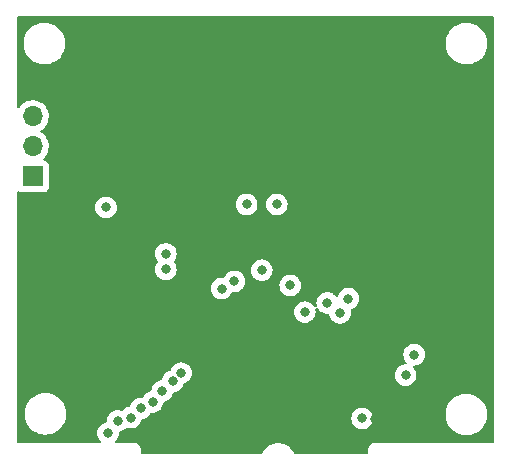
<source format=gbr>
%TF.GenerationSoftware,KiCad,Pcbnew,(6.0.0-0)*%
%TF.CreationDate,2022-02-10T00:31:08-05:00*%
%TF.ProjectId,ROM-Cartridge,524f4d2d-4361-4727-9472-696467652e6b,rev?*%
%TF.SameCoordinates,Original*%
%TF.FileFunction,Copper,L2,Inr*%
%TF.FilePolarity,Positive*%
%FSLAX46Y46*%
G04 Gerber Fmt 4.6, Leading zero omitted, Abs format (unit mm)*
G04 Created by KiCad (PCBNEW (6.0.0-0)) date 2022-02-10 00:31:08*
%MOMM*%
%LPD*%
G01*
G04 APERTURE LIST*
%TA.AperFunction,ComponentPad*%
%ADD10O,1.700000X1.700000*%
%TD*%
%TA.AperFunction,ComponentPad*%
%ADD11R,1.700000X1.700000*%
%TD*%
%TA.AperFunction,ViaPad*%
%ADD12C,0.800000*%
%TD*%
G04 APERTURE END LIST*
D10*
%TO.N,unconnected-(SW1-Pad3)*%
%TO.C,SW1*%
X102230000Y-90310000D03*
%TO.N,Net-(U1-Pad27)*%
X102230000Y-92850000D03*
D11*
%TO.N,/~{WRITE}*%
X102230000Y-95390000D03*
%TD*%
D12*
%TO.N,GND*%
X128960000Y-105750000D03*
%TO.N,/~{READ}*%
X134520000Y-110490000D03*
%TO.N,/~{EN}*%
X133807410Y-112227188D03*
X113500000Y-103270000D03*
X122890000Y-97770000D03*
%TO.N,/~{READ}*%
X113500000Y-101950000D03*
X120340000Y-97770000D03*
%TO.N,VCC*%
X109180000Y-104910000D03*
X106630000Y-104900000D03*
X104080000Y-104910000D03*
X108440000Y-99920000D03*
%TO.N,GND*%
X108430000Y-98020000D03*
X130120000Y-115880000D03*
%TO.N,VCC*%
X131200000Y-115950000D03*
%TO.N,/A14*%
X128240000Y-106960000D03*
%TO.N,/A13*%
X127162590Y-106107992D03*
%TO.N,/A12*%
X125264500Y-106882583D03*
%TO.N,/A11*%
X124031173Y-104623411D03*
%TO.N,/A10*%
X121620000Y-103340000D03*
%TO.N,/A9*%
X119300316Y-104295990D03*
%TO.N,/A8*%
X118214866Y-104895989D03*
%TO.N,/A7*%
X114790000Y-112050000D03*
%TO.N,/A6*%
X114080000Y-112760000D03*
%TO.N,/A5*%
X113190000Y-113570000D03*
%TO.N,/A4*%
X112380000Y-114500000D03*
%TO.N,/A3*%
X111390000Y-115040000D03*
%TO.N,/A2*%
X110530000Y-115820000D03*
%TO.N,/A1*%
X109420000Y-116100000D03*
%TO.N,/A0*%
X108600000Y-117120000D03*
%TD*%
%TA.AperFunction,Conductor*%
%TO.N,VCC*%
G36*
X141234121Y-81828002D02*
G01*
X141280614Y-81881658D01*
X141292000Y-81934000D01*
X141292000Y-117856238D01*
X141271998Y-117924359D01*
X141218342Y-117970852D01*
X141166047Y-117982238D01*
X134595636Y-117984707D01*
X131164213Y-117985997D01*
X131163506Y-117985995D01*
X131086348Y-117985524D01*
X131077718Y-117987990D01*
X131077714Y-117987991D01*
X131057837Y-117993672D01*
X131041123Y-117997244D01*
X131020654Y-118000183D01*
X131020652Y-118000184D01*
X131011770Y-118001459D01*
X131003600Y-118005177D01*
X131003598Y-118005178D01*
X130988539Y-118012032D01*
X130970977Y-118018498D01*
X130946435Y-118025512D01*
X130938845Y-118030301D01*
X130938838Y-118030304D01*
X130921358Y-118041333D01*
X130906319Y-118049452D01*
X130887495Y-118058019D01*
X130887490Y-118058022D01*
X130879328Y-118061737D01*
X130860002Y-118078402D01*
X130844958Y-118089538D01*
X130823369Y-118103160D01*
X130803744Y-118125382D01*
X130791587Y-118137396D01*
X130769126Y-118156764D01*
X130764246Y-118164300D01*
X130764243Y-118164303D01*
X130755253Y-118178185D01*
X130743934Y-118193104D01*
X130727044Y-118212228D01*
X130723229Y-118220353D01*
X130723228Y-118220355D01*
X130714441Y-118239071D01*
X130706147Y-118254009D01*
X130690026Y-118278902D01*
X130687457Y-118287504D01*
X130687456Y-118287506D01*
X130682721Y-118303359D01*
X130676048Y-118320844D01*
X130665201Y-118343948D01*
X130662882Y-118358842D01*
X130660639Y-118373249D01*
X130656870Y-118389920D01*
X130650953Y-118409731D01*
X130650952Y-118409736D01*
X130648385Y-118418332D01*
X130648334Y-118427307D01*
X130648188Y-118452692D01*
X130648158Y-118453408D01*
X130648000Y-118454423D01*
X130648000Y-118485050D01*
X130647998Y-118485773D01*
X130647747Y-118529577D01*
X130647550Y-118563843D01*
X130647913Y-118565112D01*
X130648000Y-118566381D01*
X130648000Y-118784000D01*
X130627998Y-118852121D01*
X130574342Y-118898614D01*
X130522000Y-118910000D01*
X124447128Y-118910000D01*
X124379007Y-118889998D01*
X124330719Y-118832218D01*
X124310999Y-118784609D01*
X124310997Y-118784605D01*
X124309104Y-118780035D01*
X124189194Y-118584359D01*
X124185987Y-118580604D01*
X124185984Y-118580600D01*
X124043357Y-118413607D01*
X124040149Y-118409851D01*
X123973369Y-118352815D01*
X123869400Y-118264016D01*
X123869396Y-118264013D01*
X123865641Y-118260806D01*
X123669965Y-118140896D01*
X123665395Y-118139003D01*
X123665391Y-118139001D01*
X123462513Y-118054966D01*
X123462511Y-118054965D01*
X123457940Y-118053072D01*
X123343144Y-118025512D01*
X123239600Y-118000653D01*
X123239594Y-118000652D01*
X123234787Y-117999498D01*
X123006000Y-117981492D01*
X122777213Y-117999498D01*
X122772406Y-118000652D01*
X122772400Y-118000653D01*
X122668856Y-118025512D01*
X122554060Y-118053072D01*
X122549489Y-118054965D01*
X122549487Y-118054966D01*
X122346609Y-118139001D01*
X122346605Y-118139003D01*
X122342035Y-118140896D01*
X122146359Y-118260806D01*
X122142604Y-118264013D01*
X122142600Y-118264016D01*
X122038631Y-118352815D01*
X121971851Y-118409851D01*
X121968643Y-118413607D01*
X121826016Y-118580600D01*
X121826013Y-118580604D01*
X121822806Y-118584359D01*
X121702896Y-118780035D01*
X121701003Y-118784605D01*
X121701001Y-118784609D01*
X121681281Y-118832218D01*
X121636732Y-118887499D01*
X121564872Y-118910000D01*
X111490000Y-118910000D01*
X111421879Y-118889998D01*
X111375386Y-118836342D01*
X111364000Y-118784000D01*
X111364000Y-118502350D01*
X111364003Y-118501532D01*
X111364445Y-118433523D01*
X111364445Y-118433521D01*
X111364503Y-118424542D01*
X111356362Y-118396015D01*
X111352799Y-118379308D01*
X111349868Y-118358842D01*
X111349868Y-118358841D01*
X111348595Y-118349955D01*
X111338035Y-118326730D01*
X111331573Y-118309156D01*
X111327034Y-118293252D01*
X111327032Y-118293247D01*
X111324568Y-118284614D01*
X111308755Y-118259530D01*
X111300643Y-118244489D01*
X111292082Y-118225659D01*
X111292079Y-118225655D01*
X111288367Y-118217490D01*
X111282509Y-118210692D01*
X111282507Y-118210688D01*
X111271711Y-118198158D01*
X111260578Y-118183108D01*
X111251754Y-118169111D01*
X111251753Y-118169110D01*
X111246967Y-118161518D01*
X111224744Y-118141876D01*
X111212738Y-118129718D01*
X111199241Y-118114054D01*
X111193381Y-118107253D01*
X111185847Y-118102370D01*
X111185845Y-118102368D01*
X111171963Y-118093370D01*
X111157054Y-118082049D01*
X111144663Y-118071098D01*
X111137936Y-118065152D01*
X111111095Y-118052537D01*
X111096162Y-118044238D01*
X111078807Y-118032989D01*
X111078801Y-118032986D01*
X111071273Y-118028107D01*
X111046832Y-118020798D01*
X111029341Y-118014115D01*
X111024909Y-118012032D01*
X111006240Y-118003258D01*
X110997372Y-118001874D01*
X110997366Y-118001872D01*
X110976931Y-117998682D01*
X110960268Y-117994909D01*
X110931859Y-117986413D01*
X110922882Y-117986358D01*
X110922881Y-117986358D01*
X110897495Y-117986203D01*
X110896783Y-117986173D01*
X110895771Y-117986015D01*
X110883923Y-117986010D01*
X110865198Y-117986003D01*
X110864478Y-117986001D01*
X110833704Y-117985813D01*
X110786348Y-117985524D01*
X110785079Y-117985887D01*
X110783817Y-117985973D01*
X109326234Y-117985416D01*
X109258122Y-117965388D01*
X109211649Y-117911714D01*
X109201572Y-117841437D01*
X109232647Y-117775106D01*
X109334621Y-117661852D01*
X109334622Y-117661851D01*
X109339040Y-117656944D01*
X109434527Y-117491556D01*
X109493542Y-117309928D01*
X109498966Y-117258327D01*
X109512814Y-117126565D01*
X109513504Y-117120000D01*
X109512814Y-117113435D01*
X109512814Y-117111101D01*
X109532816Y-117042980D01*
X109586472Y-116996487D01*
X109612615Y-116987855D01*
X109702288Y-116968794D01*
X109717658Y-116961951D01*
X109870722Y-116893803D01*
X109870724Y-116893802D01*
X109876752Y-116891118D01*
X110031253Y-116778866D01*
X110035664Y-116773967D01*
X110035673Y-116773959D01*
X110089834Y-116713806D01*
X110150280Y-116676566D01*
X110221263Y-116677918D01*
X110234713Y-116683006D01*
X110247712Y-116688794D01*
X110289340Y-116697642D01*
X110428056Y-116727128D01*
X110428061Y-116727128D01*
X110434513Y-116728500D01*
X110625487Y-116728500D01*
X110631939Y-116727128D01*
X110631944Y-116727128D01*
X110718888Y-116708647D01*
X110812288Y-116688794D01*
X110847378Y-116673171D01*
X110980722Y-116613803D01*
X110980724Y-116613802D01*
X110986752Y-116611118D01*
X111141253Y-116498866D01*
X111180742Y-116455009D01*
X111264621Y-116361852D01*
X111264622Y-116361851D01*
X111269040Y-116356944D01*
X111341092Y-116232146D01*
X111361223Y-116197279D01*
X111361224Y-116197278D01*
X111364527Y-116191556D01*
X111417906Y-116027272D01*
X111457980Y-115968667D01*
X111511542Y-115942962D01*
X111567225Y-115931126D01*
X111672288Y-115908794D01*
X111678319Y-115906109D01*
X111736961Y-115880000D01*
X129206496Y-115880000D01*
X129207186Y-115886565D01*
X129213696Y-115948500D01*
X129226458Y-116069928D01*
X129285473Y-116251556D01*
X129380960Y-116416944D01*
X129385378Y-116421851D01*
X129385379Y-116421852D01*
X129411458Y-116450816D01*
X129508747Y-116558866D01*
X129663248Y-116671118D01*
X129669276Y-116673802D01*
X129669278Y-116673803D01*
X129831681Y-116746109D01*
X129837712Y-116748794D01*
X129930449Y-116768506D01*
X130018056Y-116787128D01*
X130018061Y-116787128D01*
X130024513Y-116788500D01*
X130215487Y-116788500D01*
X130221939Y-116787128D01*
X130221944Y-116787128D01*
X130309551Y-116768506D01*
X130402288Y-116748794D01*
X130408319Y-116746109D01*
X130570722Y-116673803D01*
X130570724Y-116673802D01*
X130576752Y-116671118D01*
X130731253Y-116558866D01*
X130828542Y-116450816D01*
X130854621Y-116421852D01*
X130854622Y-116421851D01*
X130859040Y-116416944D01*
X130954527Y-116251556D01*
X131013542Y-116069928D01*
X131026305Y-115948500D01*
X131032814Y-115886565D01*
X131033504Y-115880000D01*
X131028366Y-115831118D01*
X131014232Y-115696635D01*
X131014232Y-115696633D01*
X131013542Y-115690072D01*
X131006258Y-115667655D01*
X137179858Y-115667655D01*
X137215104Y-115926638D01*
X137216412Y-115931124D01*
X137216412Y-115931126D01*
X137236098Y-115998664D01*
X137288243Y-116177567D01*
X137290203Y-116181820D01*
X137290204Y-116181821D01*
X137294692Y-116191556D01*
X137397668Y-116414928D01*
X137400231Y-116418837D01*
X137538410Y-116629596D01*
X137538414Y-116629601D01*
X137540976Y-116633509D01*
X137715018Y-116828506D01*
X137915970Y-116995637D01*
X137919973Y-116998066D01*
X138135422Y-117128804D01*
X138135426Y-117128806D01*
X138139419Y-117131229D01*
X138380455Y-117232303D01*
X138633783Y-117296641D01*
X138638434Y-117297109D01*
X138638438Y-117297110D01*
X138828085Y-117316206D01*
X138850867Y-117318500D01*
X139006354Y-117318500D01*
X139008679Y-117318327D01*
X139008685Y-117318327D01*
X139196000Y-117304407D01*
X139196004Y-117304406D01*
X139200652Y-117304061D01*
X139205200Y-117303032D01*
X139205206Y-117303031D01*
X139403398Y-117258184D01*
X139455577Y-117246377D01*
X139461533Y-117244061D01*
X139694824Y-117153340D01*
X139694827Y-117153339D01*
X139699177Y-117151647D01*
X139743062Y-117126565D01*
X139844122Y-117068804D01*
X139926098Y-117021951D01*
X140131357Y-116860138D01*
X140310443Y-116669763D01*
X140459424Y-116455009D01*
X140463845Y-116446045D01*
X140572960Y-116224781D01*
X140572961Y-116224778D01*
X140575025Y-116220593D01*
X140592891Y-116164781D01*
X140653280Y-115976123D01*
X140654707Y-115971665D01*
X140696721Y-115713693D01*
X140698757Y-115558148D01*
X140700081Y-115457022D01*
X140700081Y-115457019D01*
X140700142Y-115452345D01*
X140664896Y-115193362D01*
X140650473Y-115143877D01*
X140617638Y-115031226D01*
X140591757Y-114942433D01*
X140482332Y-114705072D01*
X140392010Y-114567308D01*
X140341590Y-114490404D01*
X140341586Y-114490399D01*
X140339024Y-114486491D01*
X140164982Y-114291494D01*
X139964030Y-114124363D01*
X139821789Y-114038049D01*
X139744578Y-113991196D01*
X139744574Y-113991194D01*
X139740581Y-113988771D01*
X139499545Y-113887697D01*
X139246217Y-113823359D01*
X139241566Y-113822891D01*
X139241562Y-113822890D01*
X139032271Y-113801816D01*
X139029133Y-113801500D01*
X138873646Y-113801500D01*
X138871321Y-113801673D01*
X138871315Y-113801673D01*
X138684000Y-113815593D01*
X138683996Y-113815594D01*
X138679348Y-113815939D01*
X138674800Y-113816968D01*
X138674794Y-113816969D01*
X138488399Y-113859147D01*
X138424423Y-113873623D01*
X138420071Y-113875315D01*
X138420069Y-113875316D01*
X138185176Y-113966660D01*
X138185173Y-113966661D01*
X138180823Y-113968353D01*
X137953902Y-114098049D01*
X137748643Y-114259862D01*
X137569557Y-114450237D01*
X137420576Y-114664991D01*
X137418510Y-114669181D01*
X137418508Y-114669184D01*
X137308957Y-114891333D01*
X137304975Y-114899407D01*
X137225293Y-115148335D01*
X137183279Y-115406307D01*
X137183218Y-115410980D01*
X137180705Y-115602978D01*
X137179858Y-115667655D01*
X131006258Y-115667655D01*
X130954527Y-115508444D01*
X130859040Y-115343056D01*
X130814693Y-115293803D01*
X130735675Y-115206045D01*
X130735674Y-115206044D01*
X130731253Y-115201134D01*
X130631796Y-115128874D01*
X130582094Y-115092763D01*
X130582093Y-115092762D01*
X130576752Y-115088882D01*
X130570724Y-115086198D01*
X130570722Y-115086197D01*
X130408319Y-115013891D01*
X130408318Y-115013891D01*
X130402288Y-115011206D01*
X130308887Y-114991353D01*
X130221944Y-114972872D01*
X130221939Y-114972872D01*
X130215487Y-114971500D01*
X130024513Y-114971500D01*
X130018061Y-114972872D01*
X130018056Y-114972872D01*
X129931113Y-114991353D01*
X129837712Y-115011206D01*
X129831682Y-115013891D01*
X129831681Y-115013891D01*
X129669278Y-115086197D01*
X129669276Y-115086198D01*
X129663248Y-115088882D01*
X129657907Y-115092762D01*
X129657906Y-115092763D01*
X129608204Y-115128874D01*
X129508747Y-115201134D01*
X129504326Y-115206044D01*
X129504325Y-115206045D01*
X129425308Y-115293803D01*
X129380960Y-115343056D01*
X129285473Y-115508444D01*
X129226458Y-115690072D01*
X129225768Y-115696633D01*
X129225768Y-115696635D01*
X129211634Y-115831118D01*
X129206496Y-115880000D01*
X111736961Y-115880000D01*
X111840722Y-115833803D01*
X111840724Y-115833802D01*
X111846752Y-115831118D01*
X112001253Y-115718866D01*
X112129040Y-115576944D01*
X112189919Y-115471499D01*
X112241300Y-115422507D01*
X112299037Y-115408500D01*
X112475487Y-115408500D01*
X112481939Y-115407128D01*
X112481944Y-115407128D01*
X112573291Y-115387711D01*
X112662288Y-115368794D01*
X112668319Y-115366109D01*
X112830722Y-115293803D01*
X112830724Y-115293802D01*
X112836752Y-115291118D01*
X112991253Y-115178866D01*
X113068604Y-115092959D01*
X113114621Y-115041852D01*
X113114622Y-115041851D01*
X113119040Y-115036944D01*
X113214527Y-114871556D01*
X113273542Y-114689928D01*
X113274232Y-114683365D01*
X113286430Y-114567308D01*
X113313443Y-114501651D01*
X113371665Y-114461022D01*
X113385538Y-114457233D01*
X113472288Y-114438794D01*
X113478319Y-114436109D01*
X113640722Y-114363803D01*
X113640724Y-114363802D01*
X113646752Y-114361118D01*
X113801253Y-114248866D01*
X113805675Y-114243955D01*
X113924621Y-114111852D01*
X113924622Y-114111851D01*
X113929040Y-114106944D01*
X113998312Y-113986962D01*
X114021223Y-113947279D01*
X114021224Y-113947278D01*
X114024527Y-113941556D01*
X114083542Y-113759928D01*
X114084309Y-113760177D01*
X114115517Y-113702367D01*
X114178842Y-113667787D01*
X114216513Y-113659780D01*
X114362288Y-113628794D01*
X114368319Y-113626109D01*
X114530722Y-113553803D01*
X114530724Y-113553802D01*
X114536752Y-113551118D01*
X114691253Y-113438866D01*
X114819040Y-113296944D01*
X114914527Y-113131556D01*
X114950452Y-113020991D01*
X114954603Y-113008216D01*
X114994677Y-112949611D01*
X115048238Y-112923907D01*
X115065824Y-112920169D01*
X115065833Y-112920166D01*
X115072288Y-112918794D01*
X115078319Y-112916109D01*
X115240722Y-112843803D01*
X115240724Y-112843802D01*
X115246752Y-112841118D01*
X115401253Y-112728866D01*
X115529040Y-112586944D01*
X115624527Y-112421556D01*
X115683542Y-112239928D01*
X115684715Y-112228774D01*
X115684882Y-112227188D01*
X132893906Y-112227188D01*
X132913868Y-112417116D01*
X132972883Y-112598744D01*
X133068370Y-112764132D01*
X133196157Y-112906054D01*
X133350658Y-113018306D01*
X133356686Y-113020990D01*
X133356688Y-113020991D01*
X133383787Y-113033056D01*
X133525122Y-113095982D01*
X133618523Y-113115835D01*
X133705466Y-113134316D01*
X133705471Y-113134316D01*
X133711923Y-113135688D01*
X133902897Y-113135688D01*
X133909349Y-113134316D01*
X133909354Y-113134316D01*
X133996298Y-113115835D01*
X134089698Y-113095982D01*
X134231033Y-113033056D01*
X134258132Y-113020991D01*
X134258134Y-113020990D01*
X134264162Y-113018306D01*
X134418663Y-112906054D01*
X134546450Y-112764132D01*
X134641937Y-112598744D01*
X134700952Y-112417116D01*
X134720914Y-112227188D01*
X134719964Y-112218148D01*
X134701642Y-112043823D01*
X134701642Y-112043821D01*
X134700952Y-112037260D01*
X134641937Y-111855632D01*
X134546450Y-111690244D01*
X134473125Y-111608809D01*
X134442409Y-111544802D01*
X134451174Y-111474349D01*
X134496637Y-111419818D01*
X134566763Y-111398500D01*
X134615487Y-111398500D01*
X134621939Y-111397128D01*
X134621944Y-111397128D01*
X134721129Y-111376045D01*
X134802288Y-111358794D01*
X134808319Y-111356109D01*
X134970722Y-111283803D01*
X134970724Y-111283802D01*
X134976752Y-111281118D01*
X135002016Y-111262763D01*
X135110573Y-111183891D01*
X135131253Y-111168866D01*
X135154658Y-111142872D01*
X135254621Y-111031852D01*
X135254622Y-111031851D01*
X135259040Y-111026944D01*
X135354527Y-110861556D01*
X135413542Y-110679928D01*
X135433504Y-110490000D01*
X135413542Y-110300072D01*
X135354527Y-110118444D01*
X135259040Y-109953056D01*
X135131253Y-109811134D01*
X134976752Y-109698882D01*
X134970724Y-109696198D01*
X134970722Y-109696197D01*
X134808319Y-109623891D01*
X134808318Y-109623891D01*
X134802288Y-109621206D01*
X134708888Y-109601353D01*
X134621944Y-109582872D01*
X134621939Y-109582872D01*
X134615487Y-109581500D01*
X134424513Y-109581500D01*
X134418061Y-109582872D01*
X134418056Y-109582872D01*
X134331112Y-109601353D01*
X134237712Y-109621206D01*
X134231682Y-109623891D01*
X134231681Y-109623891D01*
X134069278Y-109696197D01*
X134069276Y-109696198D01*
X134063248Y-109698882D01*
X133908747Y-109811134D01*
X133780960Y-109953056D01*
X133685473Y-110118444D01*
X133626458Y-110300072D01*
X133606496Y-110490000D01*
X133626458Y-110679928D01*
X133685473Y-110861556D01*
X133780960Y-111026944D01*
X133854285Y-111108379D01*
X133885001Y-111172386D01*
X133876236Y-111242839D01*
X133830773Y-111297370D01*
X133760647Y-111318688D01*
X133711923Y-111318688D01*
X133705471Y-111320060D01*
X133705466Y-111320060D01*
X133618523Y-111338541D01*
X133525122Y-111358394D01*
X133519092Y-111361079D01*
X133519091Y-111361079D01*
X133356688Y-111433385D01*
X133356686Y-111433386D01*
X133350658Y-111436070D01*
X133196157Y-111548322D01*
X133068370Y-111690244D01*
X132972883Y-111855632D01*
X132913868Y-112037260D01*
X132913178Y-112043821D01*
X132913178Y-112043823D01*
X132894856Y-112218148D01*
X132893906Y-112227188D01*
X115684882Y-112227188D01*
X115702814Y-112056565D01*
X115703504Y-112050000D01*
X115694696Y-111966197D01*
X115684232Y-111866635D01*
X115684232Y-111866633D01*
X115683542Y-111860072D01*
X115624527Y-111678444D01*
X115529040Y-111513056D01*
X115425894Y-111398500D01*
X115405675Y-111376045D01*
X115405674Y-111376044D01*
X115401253Y-111371134D01*
X115277357Y-111281118D01*
X115252094Y-111262763D01*
X115252093Y-111262762D01*
X115246752Y-111258882D01*
X115240724Y-111256198D01*
X115240722Y-111256197D01*
X115078319Y-111183891D01*
X115078318Y-111183891D01*
X115072288Y-111181206D01*
X114978887Y-111161353D01*
X114891944Y-111142872D01*
X114891939Y-111142872D01*
X114885487Y-111141500D01*
X114694513Y-111141500D01*
X114688061Y-111142872D01*
X114688056Y-111142872D01*
X114601112Y-111161353D01*
X114507712Y-111181206D01*
X114501682Y-111183891D01*
X114501681Y-111183891D01*
X114339278Y-111256197D01*
X114339276Y-111256198D01*
X114333248Y-111258882D01*
X114327907Y-111262762D01*
X114327906Y-111262763D01*
X114302643Y-111281118D01*
X114178747Y-111371134D01*
X114174326Y-111376044D01*
X114174325Y-111376045D01*
X114154107Y-111398500D01*
X114050960Y-111513056D01*
X113955473Y-111678444D01*
X113953432Y-111684726D01*
X113915397Y-111801784D01*
X113875323Y-111860389D01*
X113821762Y-111886093D01*
X113804176Y-111889831D01*
X113804167Y-111889834D01*
X113797712Y-111891206D01*
X113791682Y-111893891D01*
X113791681Y-111893891D01*
X113629278Y-111966197D01*
X113629276Y-111966198D01*
X113623248Y-111968882D01*
X113468747Y-112081134D01*
X113340960Y-112223056D01*
X113245473Y-112388444D01*
X113186458Y-112570072D01*
X113185691Y-112569823D01*
X113154483Y-112627633D01*
X113091158Y-112662213D01*
X113053487Y-112670220D01*
X112907712Y-112701206D01*
X112901682Y-112703891D01*
X112901681Y-112703891D01*
X112739278Y-112776197D01*
X112739276Y-112776198D01*
X112733248Y-112778882D01*
X112578747Y-112891134D01*
X112450960Y-113033056D01*
X112355473Y-113198444D01*
X112296458Y-113380072D01*
X112295768Y-113386633D01*
X112295768Y-113386635D01*
X112283570Y-113502692D01*
X112256557Y-113568349D01*
X112198335Y-113608978D01*
X112184462Y-113612767D01*
X112097712Y-113631206D01*
X112091682Y-113633891D01*
X112091681Y-113633891D01*
X111929278Y-113706197D01*
X111929276Y-113706198D01*
X111923248Y-113708882D01*
X111768747Y-113821134D01*
X111764326Y-113826044D01*
X111764325Y-113826045D01*
X111655166Y-113947279D01*
X111640960Y-113963056D01*
X111580743Y-114067355D01*
X111580082Y-114068500D01*
X111528700Y-114117493D01*
X111470963Y-114131500D01*
X111294513Y-114131500D01*
X111288061Y-114132872D01*
X111288056Y-114132872D01*
X111201112Y-114151353D01*
X111107712Y-114171206D01*
X111101682Y-114173891D01*
X111101681Y-114173891D01*
X110939278Y-114246197D01*
X110939276Y-114246198D01*
X110933248Y-114248882D01*
X110778747Y-114361134D01*
X110774326Y-114366044D01*
X110774325Y-114366045D01*
X110688808Y-114461022D01*
X110650960Y-114503056D01*
X110555473Y-114668444D01*
X110548493Y-114689928D01*
X110502094Y-114832727D01*
X110462020Y-114891333D01*
X110408458Y-114917038D01*
X110364703Y-114926339D01*
X110247712Y-114951206D01*
X110241682Y-114953891D01*
X110241681Y-114953891D01*
X110079278Y-115026197D01*
X110079276Y-115026198D01*
X110073248Y-115028882D01*
X110067907Y-115032762D01*
X110067906Y-115032763D01*
X110055396Y-115041852D01*
X109918747Y-115141134D01*
X109914336Y-115146033D01*
X109914327Y-115146041D01*
X109860166Y-115206194D01*
X109799720Y-115243434D01*
X109728737Y-115242082D01*
X109715287Y-115236994D01*
X109702288Y-115231206D01*
X109660660Y-115222358D01*
X109521944Y-115192872D01*
X109521939Y-115192872D01*
X109515487Y-115191500D01*
X109324513Y-115191500D01*
X109318061Y-115192872D01*
X109318056Y-115192872D01*
X109231113Y-115211353D01*
X109137712Y-115231206D01*
X109131682Y-115233891D01*
X109131681Y-115233891D01*
X108969278Y-115306197D01*
X108969276Y-115306198D01*
X108963248Y-115308882D01*
X108808747Y-115421134D01*
X108804326Y-115426044D01*
X108804325Y-115426045D01*
X108780645Y-115452345D01*
X108680960Y-115563056D01*
X108677659Y-115568774D01*
X108593990Y-115713693D01*
X108585473Y-115728444D01*
X108526458Y-115910072D01*
X108525768Y-115916633D01*
X108525768Y-115916635D01*
X108524717Y-115926638D01*
X108506496Y-116100000D01*
X108507186Y-116106565D01*
X108507186Y-116108899D01*
X108487184Y-116177020D01*
X108433528Y-116223513D01*
X108407385Y-116232145D01*
X108317712Y-116251206D01*
X108311682Y-116253891D01*
X108311681Y-116253891D01*
X108149278Y-116326197D01*
X108149276Y-116326198D01*
X108143248Y-116328882D01*
X107988747Y-116441134D01*
X107984326Y-116446044D01*
X107984325Y-116446045D01*
X107887163Y-116553955D01*
X107860960Y-116583056D01*
X107765473Y-116748444D01*
X107706458Y-116930072D01*
X107705768Y-116936633D01*
X107705768Y-116936635D01*
X107694591Y-117042980D01*
X107686496Y-117120000D01*
X107687186Y-117126565D01*
X107701035Y-117258327D01*
X107706458Y-117309928D01*
X107765473Y-117491556D01*
X107860960Y-117656944D01*
X107966854Y-117774551D01*
X107997571Y-117838559D01*
X107988806Y-117909012D01*
X107943343Y-117963543D01*
X107873171Y-117984861D01*
X102021633Y-117982627D01*
X101013952Y-117982242D01*
X100945839Y-117962214D01*
X100899366Y-117908541D01*
X100888000Y-117856242D01*
X100888000Y-115607655D01*
X101539858Y-115607655D01*
X101575104Y-115866638D01*
X101576412Y-115871124D01*
X101576412Y-115871126D01*
X101596098Y-115938664D01*
X101648243Y-116117567D01*
X101757668Y-116354928D01*
X101760231Y-116358837D01*
X101898410Y-116569596D01*
X101898414Y-116569601D01*
X101900976Y-116573509D01*
X101936376Y-116613171D01*
X102062722Y-116754729D01*
X102075018Y-116768506D01*
X102275970Y-116935637D01*
X102279973Y-116938066D01*
X102495422Y-117068804D01*
X102495426Y-117068806D01*
X102499419Y-117071229D01*
X102740455Y-117172303D01*
X102993783Y-117236641D01*
X102998434Y-117237109D01*
X102998438Y-117237110D01*
X103191308Y-117256531D01*
X103210867Y-117258500D01*
X103366354Y-117258500D01*
X103368679Y-117258327D01*
X103368685Y-117258327D01*
X103556000Y-117244407D01*
X103556004Y-117244406D01*
X103560652Y-117244061D01*
X103565200Y-117243032D01*
X103565206Y-117243031D01*
X103751601Y-117200853D01*
X103815577Y-117186377D01*
X103851769Y-117172303D01*
X104054824Y-117093340D01*
X104054827Y-117093339D01*
X104059177Y-117091647D01*
X104286098Y-116961951D01*
X104491357Y-116800138D01*
X104670443Y-116609763D01*
X104819424Y-116395009D01*
X104839190Y-116354928D01*
X104932960Y-116164781D01*
X104932961Y-116164778D01*
X104935025Y-116160593D01*
X105014707Y-115911665D01*
X105056721Y-115653693D01*
X105059106Y-115471500D01*
X105060081Y-115397022D01*
X105060081Y-115397019D01*
X105060142Y-115392345D01*
X105024896Y-115133362D01*
X105013063Y-115092763D01*
X104988891Y-115009834D01*
X104951757Y-114882433D01*
X104842332Y-114645072D01*
X104752971Y-114508774D01*
X104701590Y-114430404D01*
X104701586Y-114430399D01*
X104699024Y-114426491D01*
X104524982Y-114231494D01*
X104324030Y-114064363D01*
X104276844Y-114035730D01*
X104104578Y-113931196D01*
X104104574Y-113931194D01*
X104100581Y-113928771D01*
X103859545Y-113827697D01*
X103606217Y-113763359D01*
X103601566Y-113762891D01*
X103601562Y-113762890D01*
X103392271Y-113741816D01*
X103389133Y-113741500D01*
X103233646Y-113741500D01*
X103231321Y-113741673D01*
X103231315Y-113741673D01*
X103044000Y-113755593D01*
X103043996Y-113755594D01*
X103039348Y-113755939D01*
X103034800Y-113756968D01*
X103034794Y-113756969D01*
X102848399Y-113799147D01*
X102784423Y-113813623D01*
X102780071Y-113815315D01*
X102780069Y-113815316D01*
X102545176Y-113906660D01*
X102545173Y-113906661D01*
X102540823Y-113908353D01*
X102313902Y-114038049D01*
X102108643Y-114199862D01*
X101929557Y-114390237D01*
X101780576Y-114604991D01*
X101778510Y-114609181D01*
X101778508Y-114609184D01*
X101729128Y-114709318D01*
X101664975Y-114839407D01*
X101663553Y-114843850D01*
X101663552Y-114843852D01*
X101645769Y-114899407D01*
X101585293Y-115088335D01*
X101543279Y-115346307D01*
X101539858Y-115607655D01*
X100888000Y-115607655D01*
X100888000Y-106882583D01*
X124350996Y-106882583D01*
X124351686Y-106889148D01*
X124367173Y-107036494D01*
X124370958Y-107072511D01*
X124429973Y-107254139D01*
X124525460Y-107419527D01*
X124529878Y-107424434D01*
X124529879Y-107424435D01*
X124599586Y-107501852D01*
X124653247Y-107561449D01*
X124807748Y-107673701D01*
X124813776Y-107676385D01*
X124813778Y-107676386D01*
X124972913Y-107747237D01*
X124982212Y-107751377D01*
X125075613Y-107771230D01*
X125162556Y-107789711D01*
X125162561Y-107789711D01*
X125169013Y-107791083D01*
X125359987Y-107791083D01*
X125366439Y-107789711D01*
X125366444Y-107789711D01*
X125453387Y-107771230D01*
X125546788Y-107751377D01*
X125556087Y-107747237D01*
X125715222Y-107676386D01*
X125715224Y-107676385D01*
X125721252Y-107673701D01*
X125875753Y-107561449D01*
X125929414Y-107501852D01*
X125999121Y-107424435D01*
X125999122Y-107424434D01*
X126003540Y-107419527D01*
X126099027Y-107254139D01*
X126158042Y-107072511D01*
X126161828Y-107036494D01*
X126177314Y-106889148D01*
X126178004Y-106882583D01*
X126158042Y-106692655D01*
X126156002Y-106686377D01*
X126156002Y-106686375D01*
X126151280Y-106671844D01*
X126149251Y-106600877D01*
X126185912Y-106540078D01*
X126249624Y-106508752D01*
X126320158Y-106516843D01*
X126375120Y-106561784D01*
X126380231Y-106569906D01*
X126420248Y-106639218D01*
X126420251Y-106639223D01*
X126423550Y-106644936D01*
X126427968Y-106649843D01*
X126427969Y-106649844D01*
X126466516Y-106692655D01*
X126551337Y-106786858D01*
X126650433Y-106858856D01*
X126692127Y-106889148D01*
X126705838Y-106899110D01*
X126711866Y-106901794D01*
X126711868Y-106901795D01*
X126857345Y-106966565D01*
X126880302Y-106976786D01*
X126973702Y-106996639D01*
X127060646Y-107015120D01*
X127060651Y-107015120D01*
X127067103Y-107016492D01*
X127218982Y-107016492D01*
X127287103Y-107036494D01*
X127333596Y-107090150D01*
X127344292Y-107129320D01*
X127346458Y-107149928D01*
X127405473Y-107331556D01*
X127500960Y-107496944D01*
X127505378Y-107501851D01*
X127505379Y-107501852D01*
X127559040Y-107561449D01*
X127628747Y-107638866D01*
X127783248Y-107751118D01*
X127789276Y-107753802D01*
X127789278Y-107753803D01*
X127873011Y-107791083D01*
X127957712Y-107828794D01*
X128051112Y-107848647D01*
X128138056Y-107867128D01*
X128138061Y-107867128D01*
X128144513Y-107868500D01*
X128335487Y-107868500D01*
X128341939Y-107867128D01*
X128341944Y-107867128D01*
X128428887Y-107848647D01*
X128522288Y-107828794D01*
X128606989Y-107791083D01*
X128690722Y-107753803D01*
X128690724Y-107753802D01*
X128696752Y-107751118D01*
X128851253Y-107638866D01*
X128920960Y-107561449D01*
X128974621Y-107501852D01*
X128974622Y-107501851D01*
X128979040Y-107496944D01*
X129074527Y-107331556D01*
X129133542Y-107149928D01*
X129153504Y-106960000D01*
X129152814Y-106953435D01*
X129134232Y-106776633D01*
X129134231Y-106776629D01*
X129133542Y-106770072D01*
X129133150Y-106768867D01*
X129138401Y-106700049D01*
X129181218Y-106643416D01*
X129230042Y-106621397D01*
X129242288Y-106618794D01*
X129352093Y-106569906D01*
X129410722Y-106543803D01*
X129410724Y-106543802D01*
X129416752Y-106541118D01*
X129571253Y-106428866D01*
X129699040Y-106286944D01*
X129794527Y-106121556D01*
X129853542Y-105939928D01*
X129873504Y-105750000D01*
X129853542Y-105560072D01*
X129794527Y-105378444D01*
X129699040Y-105213056D01*
X129667169Y-105177659D01*
X129575675Y-105076045D01*
X129575674Y-105076044D01*
X129571253Y-105071134D01*
X129416752Y-104958882D01*
X129410724Y-104956198D01*
X129410722Y-104956197D01*
X129248319Y-104883891D01*
X129248318Y-104883891D01*
X129242288Y-104881206D01*
X129148887Y-104861353D01*
X129061944Y-104842872D01*
X129061939Y-104842872D01*
X129055487Y-104841500D01*
X128864513Y-104841500D01*
X128858061Y-104842872D01*
X128858056Y-104842872D01*
X128771113Y-104861353D01*
X128677712Y-104881206D01*
X128671682Y-104883891D01*
X128671681Y-104883891D01*
X128509278Y-104956197D01*
X128509276Y-104956198D01*
X128503248Y-104958882D01*
X128348747Y-105071134D01*
X128344326Y-105076044D01*
X128344325Y-105076045D01*
X128252832Y-105177659D01*
X128220960Y-105213056D01*
X128125473Y-105378444D01*
X128123432Y-105384726D01*
X128087569Y-105495100D01*
X128047495Y-105553705D01*
X127982098Y-105581342D01*
X127912142Y-105569235D01*
X127874100Y-105540473D01*
X127865156Y-105530539D01*
X127773843Y-105429126D01*
X127619342Y-105316874D01*
X127613314Y-105314190D01*
X127613312Y-105314189D01*
X127450909Y-105241883D01*
X127450908Y-105241883D01*
X127444878Y-105239198D01*
X127348556Y-105218724D01*
X127264534Y-105200864D01*
X127264529Y-105200864D01*
X127258077Y-105199492D01*
X127067103Y-105199492D01*
X127060651Y-105200864D01*
X127060646Y-105200864D01*
X126976624Y-105218724D01*
X126880302Y-105239198D01*
X126874272Y-105241883D01*
X126874271Y-105241883D01*
X126711868Y-105314189D01*
X126711866Y-105314190D01*
X126705838Y-105316874D01*
X126551337Y-105429126D01*
X126546916Y-105434036D01*
X126546915Y-105434037D01*
X126439086Y-105553794D01*
X126423550Y-105571048D01*
X126328063Y-105736436D01*
X126269048Y-105918064D01*
X126249086Y-106107992D01*
X126269048Y-106297920D01*
X126271087Y-106304195D01*
X126271088Y-106304200D01*
X126275810Y-106318731D01*
X126277839Y-106389698D01*
X126241178Y-106450497D01*
X126177466Y-106481823D01*
X126106932Y-106473732D01*
X126051970Y-106428791D01*
X126046859Y-106420669D01*
X126006842Y-106351357D01*
X126006839Y-106351352D01*
X126003540Y-106345639D01*
X125875753Y-106203717D01*
X125753035Y-106114557D01*
X125726594Y-106095346D01*
X125726593Y-106095345D01*
X125721252Y-106091465D01*
X125715224Y-106088781D01*
X125715222Y-106088780D01*
X125552819Y-106016474D01*
X125552818Y-106016474D01*
X125546788Y-106013789D01*
X125453387Y-105993936D01*
X125366444Y-105975455D01*
X125366439Y-105975455D01*
X125359987Y-105974083D01*
X125169013Y-105974083D01*
X125162561Y-105975455D01*
X125162556Y-105975455D01*
X125075613Y-105993936D01*
X124982212Y-106013789D01*
X124976182Y-106016474D01*
X124976181Y-106016474D01*
X124813778Y-106088780D01*
X124813776Y-106088781D01*
X124807748Y-106091465D01*
X124802407Y-106095345D01*
X124802406Y-106095346D01*
X124775965Y-106114557D01*
X124653247Y-106203717D01*
X124525460Y-106345639D01*
X124429973Y-106511027D01*
X124370958Y-106692655D01*
X124350996Y-106882583D01*
X100888000Y-106882583D01*
X100888000Y-104895989D01*
X117301362Y-104895989D01*
X117321324Y-105085917D01*
X117380339Y-105267545D01*
X117383642Y-105273267D01*
X117383643Y-105273268D01*
X117402633Y-105306160D01*
X117475826Y-105432933D01*
X117480244Y-105437840D01*
X117480245Y-105437841D01*
X117590302Y-105560072D01*
X117603613Y-105574855D01*
X117758114Y-105687107D01*
X117764142Y-105689791D01*
X117764144Y-105689792D01*
X117914120Y-105756565D01*
X117932578Y-105764783D01*
X118025978Y-105784636D01*
X118112922Y-105803117D01*
X118112927Y-105803117D01*
X118119379Y-105804489D01*
X118310353Y-105804489D01*
X118316805Y-105803117D01*
X118316810Y-105803117D01*
X118403754Y-105784636D01*
X118497154Y-105764783D01*
X118515612Y-105756565D01*
X118665588Y-105689792D01*
X118665590Y-105689791D01*
X118671618Y-105687107D01*
X118826119Y-105574855D01*
X118839430Y-105560072D01*
X118949487Y-105437841D01*
X118949488Y-105437840D01*
X118953906Y-105432933D01*
X119046473Y-105272602D01*
X119046475Y-105272600D01*
X119049393Y-105267545D01*
X119050318Y-105268079D01*
X119092274Y-105218724D01*
X119160202Y-105198079D01*
X119187591Y-105200826D01*
X119198372Y-105203118D01*
X119198376Y-105203118D01*
X119204829Y-105204490D01*
X119395803Y-105204490D01*
X119402255Y-105203118D01*
X119402260Y-105203118D01*
X119489203Y-105184637D01*
X119582604Y-105164784D01*
X119605395Y-105154637D01*
X119751038Y-105089793D01*
X119751040Y-105089792D01*
X119757068Y-105087108D01*
X119767741Y-105079354D01*
X119812473Y-105046854D01*
X119911569Y-104974856D01*
X120039356Y-104832934D01*
X120134843Y-104667546D01*
X120149183Y-104623411D01*
X123117669Y-104623411D01*
X123118359Y-104629976D01*
X123127046Y-104712624D01*
X123137631Y-104813339D01*
X123196646Y-104994967D01*
X123292133Y-105160355D01*
X123296551Y-105165262D01*
X123296552Y-105165263D01*
X123393800Y-105273268D01*
X123419920Y-105302277D01*
X123574421Y-105414529D01*
X123580449Y-105417213D01*
X123580451Y-105417214D01*
X123742854Y-105489520D01*
X123748885Y-105492205D01*
X123842286Y-105512058D01*
X123929229Y-105530539D01*
X123929234Y-105530539D01*
X123935686Y-105531911D01*
X124126660Y-105531911D01*
X124133112Y-105530539D01*
X124133117Y-105530539D01*
X124220060Y-105512058D01*
X124313461Y-105492205D01*
X124319492Y-105489520D01*
X124481895Y-105417214D01*
X124481897Y-105417213D01*
X124487925Y-105414529D01*
X124642426Y-105302277D01*
X124668546Y-105273268D01*
X124765794Y-105165263D01*
X124765795Y-105165262D01*
X124770213Y-105160355D01*
X124865700Y-104994967D01*
X124924715Y-104813339D01*
X124935301Y-104712624D01*
X124943987Y-104629976D01*
X124944677Y-104623411D01*
X124924715Y-104433483D01*
X124865700Y-104251855D01*
X124845648Y-104217123D01*
X124798874Y-104136109D01*
X124770213Y-104086467D01*
X124686866Y-103993900D01*
X124646848Y-103949456D01*
X124646847Y-103949455D01*
X124642426Y-103944545D01*
X124487925Y-103832293D01*
X124481897Y-103829609D01*
X124481895Y-103829608D01*
X124319492Y-103757302D01*
X124319491Y-103757302D01*
X124313461Y-103754617D01*
X124220060Y-103734764D01*
X124133117Y-103716283D01*
X124133112Y-103716283D01*
X124126660Y-103714911D01*
X123935686Y-103714911D01*
X123929234Y-103716283D01*
X123929229Y-103716283D01*
X123842285Y-103734764D01*
X123748885Y-103754617D01*
X123742855Y-103757302D01*
X123742854Y-103757302D01*
X123580451Y-103829608D01*
X123580449Y-103829609D01*
X123574421Y-103832293D01*
X123419920Y-103944545D01*
X123415499Y-103949455D01*
X123415498Y-103949456D01*
X123375481Y-103993900D01*
X123292133Y-104086467D01*
X123263472Y-104136109D01*
X123216699Y-104217123D01*
X123196646Y-104251855D01*
X123137631Y-104433483D01*
X123117669Y-104623411D01*
X120149183Y-104623411D01*
X120193858Y-104485918D01*
X120213820Y-104295990D01*
X120208829Y-104248500D01*
X120194548Y-104112625D01*
X120194548Y-104112623D01*
X120193858Y-104106062D01*
X120134843Y-103924434D01*
X120039356Y-103759046D01*
X119911569Y-103617124D01*
X119800195Y-103536206D01*
X119762410Y-103508753D01*
X119762409Y-103508752D01*
X119757068Y-103504872D01*
X119751040Y-103502188D01*
X119751038Y-103502187D01*
X119588635Y-103429881D01*
X119588634Y-103429881D01*
X119582604Y-103427196D01*
X119489203Y-103407343D01*
X119402260Y-103388862D01*
X119402255Y-103388862D01*
X119395803Y-103387490D01*
X119204829Y-103387490D01*
X119198377Y-103388862D01*
X119198372Y-103388862D01*
X119111428Y-103407343D01*
X119018028Y-103427196D01*
X119011998Y-103429881D01*
X119011997Y-103429881D01*
X118849594Y-103502187D01*
X118849592Y-103502188D01*
X118843564Y-103504872D01*
X118838223Y-103508752D01*
X118838222Y-103508753D01*
X118800437Y-103536206D01*
X118689063Y-103617124D01*
X118561276Y-103759046D01*
X118468709Y-103919377D01*
X118468707Y-103919379D01*
X118465789Y-103924434D01*
X118464864Y-103923900D01*
X118422908Y-103973255D01*
X118354980Y-103993900D01*
X118327591Y-103991153D01*
X118316810Y-103988861D01*
X118316806Y-103988861D01*
X118310353Y-103987489D01*
X118119379Y-103987489D01*
X118112927Y-103988861D01*
X118112922Y-103988861D01*
X118025979Y-104007342D01*
X117932578Y-104027195D01*
X117926548Y-104029880D01*
X117926547Y-104029880D01*
X117764144Y-104102186D01*
X117764142Y-104102187D01*
X117758114Y-104104871D01*
X117752773Y-104108751D01*
X117752772Y-104108752D01*
X117727330Y-104127237D01*
X117603613Y-104217123D01*
X117475826Y-104359045D01*
X117380339Y-104524433D01*
X117321324Y-104706061D01*
X117320634Y-104712622D01*
X117320634Y-104712624D01*
X117310049Y-104813339D01*
X117301362Y-104895989D01*
X100888000Y-104895989D01*
X100888000Y-103270000D01*
X112586496Y-103270000D01*
X112587186Y-103276565D01*
X112602874Y-103425824D01*
X112606458Y-103459928D01*
X112665473Y-103641556D01*
X112760960Y-103806944D01*
X112765378Y-103811851D01*
X112765379Y-103811852D01*
X112866748Y-103924434D01*
X112888747Y-103948866D01*
X113043248Y-104061118D01*
X113049276Y-104063802D01*
X113049278Y-104063803D01*
X113141519Y-104104871D01*
X113217712Y-104138794D01*
X113311112Y-104158647D01*
X113398056Y-104177128D01*
X113398061Y-104177128D01*
X113404513Y-104178500D01*
X113595487Y-104178500D01*
X113601939Y-104177128D01*
X113601944Y-104177128D01*
X113688888Y-104158647D01*
X113782288Y-104138794D01*
X113858481Y-104104871D01*
X113950722Y-104063803D01*
X113950724Y-104063802D01*
X113956752Y-104061118D01*
X114111253Y-103948866D01*
X114133252Y-103924434D01*
X114234621Y-103811852D01*
X114234622Y-103811851D01*
X114239040Y-103806944D01*
X114334527Y-103641556D01*
X114393542Y-103459928D01*
X114397127Y-103425824D01*
X114406147Y-103340000D01*
X120706496Y-103340000D01*
X120707186Y-103346565D01*
X120723825Y-103504872D01*
X120726458Y-103529928D01*
X120785473Y-103711556D01*
X120788776Y-103717278D01*
X120788777Y-103717279D01*
X120812891Y-103759046D01*
X120880960Y-103876944D01*
X120885378Y-103881851D01*
X120885379Y-103881852D01*
X121004325Y-104013955D01*
X121008747Y-104018866D01*
X121061560Y-104057237D01*
X121128762Y-104106062D01*
X121163248Y-104131118D01*
X121169276Y-104133802D01*
X121169278Y-104133803D01*
X121269670Y-104178500D01*
X121337712Y-104208794D01*
X121431113Y-104228647D01*
X121518056Y-104247128D01*
X121518061Y-104247128D01*
X121524513Y-104248500D01*
X121715487Y-104248500D01*
X121721939Y-104247128D01*
X121721944Y-104247128D01*
X121808887Y-104228647D01*
X121902288Y-104208794D01*
X121970330Y-104178500D01*
X122070722Y-104133803D01*
X122070724Y-104133802D01*
X122076752Y-104131118D01*
X122111239Y-104106062D01*
X122178440Y-104057237D01*
X122231253Y-104018866D01*
X122235675Y-104013955D01*
X122354621Y-103881852D01*
X122354622Y-103881851D01*
X122359040Y-103876944D01*
X122427109Y-103759046D01*
X122451223Y-103717279D01*
X122451224Y-103717278D01*
X122454527Y-103711556D01*
X122513542Y-103529928D01*
X122516176Y-103504872D01*
X122532814Y-103346565D01*
X122533504Y-103340000D01*
X122513542Y-103150072D01*
X122454527Y-102968444D01*
X122359040Y-102803056D01*
X122231253Y-102661134D01*
X122076752Y-102548882D01*
X122070724Y-102546198D01*
X122070722Y-102546197D01*
X121908319Y-102473891D01*
X121908318Y-102473891D01*
X121902288Y-102471206D01*
X121808888Y-102451353D01*
X121721944Y-102432872D01*
X121721939Y-102432872D01*
X121715487Y-102431500D01*
X121524513Y-102431500D01*
X121518061Y-102432872D01*
X121518056Y-102432872D01*
X121431112Y-102451353D01*
X121337712Y-102471206D01*
X121331682Y-102473891D01*
X121331681Y-102473891D01*
X121169278Y-102546197D01*
X121169276Y-102546198D01*
X121163248Y-102548882D01*
X121008747Y-102661134D01*
X120880960Y-102803056D01*
X120785473Y-102968444D01*
X120726458Y-103150072D01*
X120706496Y-103340000D01*
X114406147Y-103340000D01*
X114412814Y-103276565D01*
X114413504Y-103270000D01*
X114400899Y-103150072D01*
X114394232Y-103086635D01*
X114394232Y-103086633D01*
X114393542Y-103080072D01*
X114334527Y-102898444D01*
X114239040Y-102733056D01*
X114204153Y-102694310D01*
X114173435Y-102630303D01*
X114182200Y-102559849D01*
X114204153Y-102525690D01*
X114234621Y-102491852D01*
X114234622Y-102491851D01*
X114239040Y-102486944D01*
X114334527Y-102321556D01*
X114393542Y-102139928D01*
X114413504Y-101950000D01*
X114393542Y-101760072D01*
X114334527Y-101578444D01*
X114239040Y-101413056D01*
X114111253Y-101271134D01*
X113956752Y-101158882D01*
X113950724Y-101156198D01*
X113950722Y-101156197D01*
X113788319Y-101083891D01*
X113788318Y-101083891D01*
X113782288Y-101081206D01*
X113688887Y-101061353D01*
X113601944Y-101042872D01*
X113601939Y-101042872D01*
X113595487Y-101041500D01*
X113404513Y-101041500D01*
X113398061Y-101042872D01*
X113398056Y-101042872D01*
X113311113Y-101061353D01*
X113217712Y-101081206D01*
X113211682Y-101083891D01*
X113211681Y-101083891D01*
X113049278Y-101156197D01*
X113049276Y-101156198D01*
X113043248Y-101158882D01*
X112888747Y-101271134D01*
X112760960Y-101413056D01*
X112665473Y-101578444D01*
X112606458Y-101760072D01*
X112586496Y-101950000D01*
X112606458Y-102139928D01*
X112665473Y-102321556D01*
X112760960Y-102486944D01*
X112765378Y-102491851D01*
X112765379Y-102491852D01*
X112795847Y-102525690D01*
X112826565Y-102589697D01*
X112817800Y-102660151D01*
X112795847Y-102694310D01*
X112760960Y-102733056D01*
X112665473Y-102898444D01*
X112606458Y-103080072D01*
X112605768Y-103086633D01*
X112605768Y-103086635D01*
X112599101Y-103150072D01*
X112586496Y-103270000D01*
X100888000Y-103270000D01*
X100888000Y-98020000D01*
X107516496Y-98020000D01*
X107536458Y-98209928D01*
X107595473Y-98391556D01*
X107690960Y-98556944D01*
X107818747Y-98698866D01*
X107973248Y-98811118D01*
X107979276Y-98813802D01*
X107979278Y-98813803D01*
X108141681Y-98886109D01*
X108147712Y-98888794D01*
X108241113Y-98908647D01*
X108328056Y-98927128D01*
X108328061Y-98927128D01*
X108334513Y-98928500D01*
X108525487Y-98928500D01*
X108531939Y-98927128D01*
X108531944Y-98927128D01*
X108618887Y-98908647D01*
X108712288Y-98888794D01*
X108718319Y-98886109D01*
X108880722Y-98813803D01*
X108880724Y-98813802D01*
X108886752Y-98811118D01*
X109041253Y-98698866D01*
X109169040Y-98556944D01*
X109264527Y-98391556D01*
X109323542Y-98209928D01*
X109343504Y-98020000D01*
X109337190Y-97959928D01*
X109324232Y-97836635D01*
X109324232Y-97836633D01*
X109323542Y-97830072D01*
X109304023Y-97770000D01*
X119426496Y-97770000D01*
X119427186Y-97776565D01*
X119433500Y-97836635D01*
X119446458Y-97959928D01*
X119505473Y-98141556D01*
X119600960Y-98306944D01*
X119728747Y-98448866D01*
X119883248Y-98561118D01*
X119889276Y-98563802D01*
X119889278Y-98563803D01*
X120051681Y-98636109D01*
X120057712Y-98638794D01*
X120151113Y-98658647D01*
X120238056Y-98677128D01*
X120238061Y-98677128D01*
X120244513Y-98678500D01*
X120435487Y-98678500D01*
X120441939Y-98677128D01*
X120441944Y-98677128D01*
X120528888Y-98658647D01*
X120622288Y-98638794D01*
X120628319Y-98636109D01*
X120790722Y-98563803D01*
X120790724Y-98563802D01*
X120796752Y-98561118D01*
X120951253Y-98448866D01*
X121079040Y-98306944D01*
X121174527Y-98141556D01*
X121233542Y-97959928D01*
X121246501Y-97836635D01*
X121252814Y-97776565D01*
X121253504Y-97770000D01*
X121976496Y-97770000D01*
X121977186Y-97776565D01*
X121983500Y-97836635D01*
X121996458Y-97959928D01*
X122055473Y-98141556D01*
X122150960Y-98306944D01*
X122278747Y-98448866D01*
X122433248Y-98561118D01*
X122439276Y-98563802D01*
X122439278Y-98563803D01*
X122601681Y-98636109D01*
X122607712Y-98638794D01*
X122701113Y-98658647D01*
X122788056Y-98677128D01*
X122788061Y-98677128D01*
X122794513Y-98678500D01*
X122985487Y-98678500D01*
X122991939Y-98677128D01*
X122991944Y-98677128D01*
X123078888Y-98658647D01*
X123172288Y-98638794D01*
X123178319Y-98636109D01*
X123340722Y-98563803D01*
X123340724Y-98563802D01*
X123346752Y-98561118D01*
X123501253Y-98448866D01*
X123629040Y-98306944D01*
X123724527Y-98141556D01*
X123783542Y-97959928D01*
X123796501Y-97836635D01*
X123802814Y-97776565D01*
X123803504Y-97770000D01*
X123783542Y-97580072D01*
X123724527Y-97398444D01*
X123629040Y-97233056D01*
X123501253Y-97091134D01*
X123346752Y-96978882D01*
X123340724Y-96976198D01*
X123340722Y-96976197D01*
X123178319Y-96903891D01*
X123178318Y-96903891D01*
X123172288Y-96901206D01*
X123078888Y-96881353D01*
X122991944Y-96862872D01*
X122991939Y-96862872D01*
X122985487Y-96861500D01*
X122794513Y-96861500D01*
X122788061Y-96862872D01*
X122788056Y-96862872D01*
X122701113Y-96881353D01*
X122607712Y-96901206D01*
X122601682Y-96903891D01*
X122601681Y-96903891D01*
X122439278Y-96976197D01*
X122439276Y-96976198D01*
X122433248Y-96978882D01*
X122278747Y-97091134D01*
X122150960Y-97233056D01*
X122055473Y-97398444D01*
X121996458Y-97580072D01*
X121976496Y-97770000D01*
X121253504Y-97770000D01*
X121233542Y-97580072D01*
X121174527Y-97398444D01*
X121079040Y-97233056D01*
X120951253Y-97091134D01*
X120796752Y-96978882D01*
X120790724Y-96976198D01*
X120790722Y-96976197D01*
X120628319Y-96903891D01*
X120628318Y-96903891D01*
X120622288Y-96901206D01*
X120528888Y-96881353D01*
X120441944Y-96862872D01*
X120441939Y-96862872D01*
X120435487Y-96861500D01*
X120244513Y-96861500D01*
X120238061Y-96862872D01*
X120238056Y-96862872D01*
X120151113Y-96881353D01*
X120057712Y-96901206D01*
X120051682Y-96903891D01*
X120051681Y-96903891D01*
X119889278Y-96976197D01*
X119889276Y-96976198D01*
X119883248Y-96978882D01*
X119728747Y-97091134D01*
X119600960Y-97233056D01*
X119505473Y-97398444D01*
X119446458Y-97580072D01*
X119426496Y-97770000D01*
X109304023Y-97770000D01*
X109264527Y-97648444D01*
X109169040Y-97483056D01*
X109041253Y-97341134D01*
X108886752Y-97228882D01*
X108880724Y-97226198D01*
X108880722Y-97226197D01*
X108718319Y-97153891D01*
X108718318Y-97153891D01*
X108712288Y-97151206D01*
X108618888Y-97131353D01*
X108531944Y-97112872D01*
X108531939Y-97112872D01*
X108525487Y-97111500D01*
X108334513Y-97111500D01*
X108328061Y-97112872D01*
X108328056Y-97112872D01*
X108241112Y-97131353D01*
X108147712Y-97151206D01*
X108141682Y-97153891D01*
X108141681Y-97153891D01*
X107979278Y-97226197D01*
X107979276Y-97226198D01*
X107973248Y-97228882D01*
X107818747Y-97341134D01*
X107690960Y-97483056D01*
X107595473Y-97648444D01*
X107536458Y-97830072D01*
X107535768Y-97836633D01*
X107535768Y-97836635D01*
X107522810Y-97959928D01*
X107516496Y-98020000D01*
X100888000Y-98020000D01*
X100888000Y-96758667D01*
X100908002Y-96690546D01*
X100961658Y-96644053D01*
X101031932Y-96633949D01*
X101089565Y-96657841D01*
X101133295Y-96690615D01*
X101269684Y-96741745D01*
X101331866Y-96748500D01*
X103128134Y-96748500D01*
X103190316Y-96741745D01*
X103326705Y-96690615D01*
X103443261Y-96603261D01*
X103530615Y-96486705D01*
X103581745Y-96350316D01*
X103588500Y-96288134D01*
X103588500Y-94491866D01*
X103581745Y-94429684D01*
X103530615Y-94293295D01*
X103443261Y-94176739D01*
X103326705Y-94089385D01*
X103306419Y-94081780D01*
X103208203Y-94044960D01*
X103151439Y-94002318D01*
X103126739Y-93935756D01*
X103141947Y-93866408D01*
X103163493Y-93837727D01*
X103264435Y-93737137D01*
X103268096Y-93733489D01*
X103376775Y-93582246D01*
X103395435Y-93556277D01*
X103398453Y-93552077D01*
X103497430Y-93351811D01*
X103562370Y-93138069D01*
X103591529Y-92916590D01*
X103593156Y-92850000D01*
X103574852Y-92627361D01*
X103520431Y-92410702D01*
X103431354Y-92205840D01*
X103377332Y-92122334D01*
X103312822Y-92022617D01*
X103312820Y-92022614D01*
X103310014Y-92018277D01*
X103159670Y-91853051D01*
X103155619Y-91849852D01*
X103155615Y-91849848D01*
X102988414Y-91717800D01*
X102988410Y-91717798D01*
X102984359Y-91714598D01*
X102943053Y-91691796D01*
X102893084Y-91641364D01*
X102878312Y-91571921D01*
X102903428Y-91505516D01*
X102930780Y-91478909D01*
X102974603Y-91447650D01*
X103109860Y-91351173D01*
X103268096Y-91193489D01*
X103376775Y-91042246D01*
X103395435Y-91016277D01*
X103398453Y-91012077D01*
X103497430Y-90811811D01*
X103562370Y-90598069D01*
X103591529Y-90376590D01*
X103593156Y-90310000D01*
X103574852Y-90087361D01*
X103520431Y-89870702D01*
X103431354Y-89665840D01*
X103377332Y-89582334D01*
X103312822Y-89482617D01*
X103312820Y-89482614D01*
X103310014Y-89478277D01*
X103159670Y-89313051D01*
X103155619Y-89309852D01*
X103155615Y-89309848D01*
X102988414Y-89177800D01*
X102988410Y-89177798D01*
X102984359Y-89174598D01*
X102788789Y-89066638D01*
X102783920Y-89064914D01*
X102783916Y-89064912D01*
X102583087Y-88993795D01*
X102583083Y-88993794D01*
X102578212Y-88992069D01*
X102573119Y-88991162D01*
X102573116Y-88991161D01*
X102363373Y-88953800D01*
X102363367Y-88953799D01*
X102358284Y-88952894D01*
X102284452Y-88951992D01*
X102140081Y-88950228D01*
X102140079Y-88950228D01*
X102134911Y-88950165D01*
X101914091Y-88983955D01*
X101701756Y-89053357D01*
X101503607Y-89156507D01*
X101499474Y-89159610D01*
X101499471Y-89159612D01*
X101475247Y-89177800D01*
X101324965Y-89290635D01*
X101170629Y-89452138D01*
X101167715Y-89456410D01*
X101167714Y-89456411D01*
X101118088Y-89529160D01*
X101063177Y-89574163D01*
X100992652Y-89582334D01*
X100928905Y-89551080D01*
X100892175Y-89490323D01*
X100888000Y-89458156D01*
X100888000Y-84257655D01*
X101459858Y-84257655D01*
X101495104Y-84516638D01*
X101496412Y-84521124D01*
X101496412Y-84521126D01*
X101516098Y-84588664D01*
X101568243Y-84767567D01*
X101677668Y-85004928D01*
X101680231Y-85008837D01*
X101818410Y-85219596D01*
X101818414Y-85219601D01*
X101820976Y-85223509D01*
X101995018Y-85418506D01*
X102195970Y-85585637D01*
X102199973Y-85588066D01*
X102415422Y-85718804D01*
X102415426Y-85718806D01*
X102419419Y-85721229D01*
X102660455Y-85822303D01*
X102913783Y-85886641D01*
X102918434Y-85887109D01*
X102918438Y-85887110D01*
X103111308Y-85906531D01*
X103130867Y-85908500D01*
X103286354Y-85908500D01*
X103288679Y-85908327D01*
X103288685Y-85908327D01*
X103476000Y-85894407D01*
X103476004Y-85894406D01*
X103480652Y-85894061D01*
X103485200Y-85893032D01*
X103485206Y-85893031D01*
X103671601Y-85850853D01*
X103735577Y-85836377D01*
X103771769Y-85822303D01*
X103974824Y-85743340D01*
X103974827Y-85743339D01*
X103979177Y-85741647D01*
X104206098Y-85611951D01*
X104411357Y-85450138D01*
X104590443Y-85259763D01*
X104739424Y-85045009D01*
X104855025Y-84810593D01*
X104934707Y-84561665D01*
X104976721Y-84303693D01*
X104977324Y-84257655D01*
X137199858Y-84257655D01*
X137235104Y-84516638D01*
X137236412Y-84521124D01*
X137236412Y-84521126D01*
X137256098Y-84588664D01*
X137308243Y-84767567D01*
X137417668Y-85004928D01*
X137420231Y-85008837D01*
X137558410Y-85219596D01*
X137558414Y-85219601D01*
X137560976Y-85223509D01*
X137735018Y-85418506D01*
X137935970Y-85585637D01*
X137939973Y-85588066D01*
X138155422Y-85718804D01*
X138155426Y-85718806D01*
X138159419Y-85721229D01*
X138400455Y-85822303D01*
X138653783Y-85886641D01*
X138658434Y-85887109D01*
X138658438Y-85887110D01*
X138851308Y-85906531D01*
X138870867Y-85908500D01*
X139026354Y-85908500D01*
X139028679Y-85908327D01*
X139028685Y-85908327D01*
X139216000Y-85894407D01*
X139216004Y-85894406D01*
X139220652Y-85894061D01*
X139225200Y-85893032D01*
X139225206Y-85893031D01*
X139411601Y-85850853D01*
X139475577Y-85836377D01*
X139511769Y-85822303D01*
X139714824Y-85743340D01*
X139714827Y-85743339D01*
X139719177Y-85741647D01*
X139946098Y-85611951D01*
X140151357Y-85450138D01*
X140330443Y-85259763D01*
X140479424Y-85045009D01*
X140595025Y-84810593D01*
X140674707Y-84561665D01*
X140716721Y-84303693D01*
X140720142Y-84042345D01*
X140684896Y-83783362D01*
X140670473Y-83733877D01*
X140613068Y-83536932D01*
X140611757Y-83532433D01*
X140502332Y-83295072D01*
X140469519Y-83245024D01*
X140361590Y-83080404D01*
X140361586Y-83080399D01*
X140359024Y-83076491D01*
X140184982Y-82881494D01*
X139984030Y-82714363D01*
X139936844Y-82685730D01*
X139764578Y-82581196D01*
X139764574Y-82581194D01*
X139760581Y-82578771D01*
X139519545Y-82477697D01*
X139266217Y-82413359D01*
X139261566Y-82412891D01*
X139261562Y-82412890D01*
X139052271Y-82391816D01*
X139049133Y-82391500D01*
X138893646Y-82391500D01*
X138891321Y-82391673D01*
X138891315Y-82391673D01*
X138704000Y-82405593D01*
X138703996Y-82405594D01*
X138699348Y-82405939D01*
X138694800Y-82406968D01*
X138694794Y-82406969D01*
X138508399Y-82449147D01*
X138444423Y-82463623D01*
X138440071Y-82465315D01*
X138440069Y-82465316D01*
X138205176Y-82556660D01*
X138205173Y-82556661D01*
X138200823Y-82558353D01*
X137973902Y-82688049D01*
X137768643Y-82849862D01*
X137589557Y-83040237D01*
X137440576Y-83254991D01*
X137324975Y-83489407D01*
X137245293Y-83738335D01*
X137203279Y-83996307D01*
X137199858Y-84257655D01*
X104977324Y-84257655D01*
X104980142Y-84042345D01*
X104944896Y-83783362D01*
X104930473Y-83733877D01*
X104873068Y-83536932D01*
X104871757Y-83532433D01*
X104762332Y-83295072D01*
X104729519Y-83245024D01*
X104621590Y-83080404D01*
X104621586Y-83080399D01*
X104619024Y-83076491D01*
X104444982Y-82881494D01*
X104244030Y-82714363D01*
X104196844Y-82685730D01*
X104024578Y-82581196D01*
X104024574Y-82581194D01*
X104020581Y-82578771D01*
X103779545Y-82477697D01*
X103526217Y-82413359D01*
X103521566Y-82412891D01*
X103521562Y-82412890D01*
X103312271Y-82391816D01*
X103309133Y-82391500D01*
X103153646Y-82391500D01*
X103151321Y-82391673D01*
X103151315Y-82391673D01*
X102964000Y-82405593D01*
X102963996Y-82405594D01*
X102959348Y-82405939D01*
X102954800Y-82406968D01*
X102954794Y-82406969D01*
X102768399Y-82449147D01*
X102704423Y-82463623D01*
X102700071Y-82465315D01*
X102700069Y-82465316D01*
X102465176Y-82556660D01*
X102465173Y-82556661D01*
X102460823Y-82558353D01*
X102233902Y-82688049D01*
X102028643Y-82849862D01*
X101849557Y-83040237D01*
X101700576Y-83254991D01*
X101584975Y-83489407D01*
X101505293Y-83738335D01*
X101463279Y-83996307D01*
X101459858Y-84257655D01*
X100888000Y-84257655D01*
X100888000Y-81934000D01*
X100908002Y-81865879D01*
X100961658Y-81819386D01*
X101014000Y-81808000D01*
X141166000Y-81808000D01*
X141234121Y-81828002D01*
G37*
%TD.AperFunction*%
%TD*%
M02*

</source>
